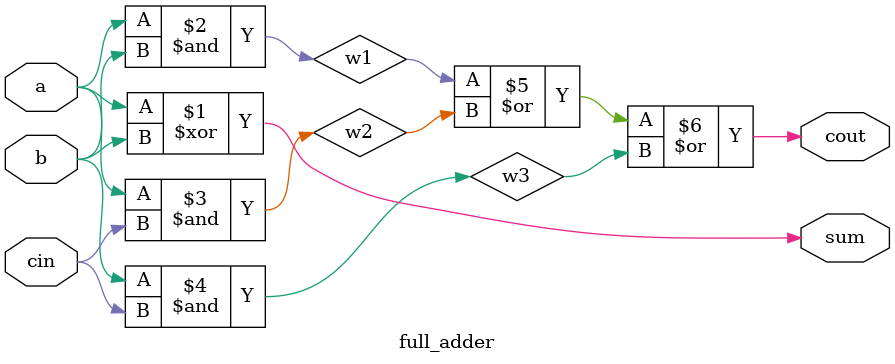
<source format=sv>
module top_module (
    input [3:0] x,
    input [3:0] y,
    output [4:0] sum
);

wire [3:0] carry; // carry signals between full adders

// instantiate the full adders
full_adder fa0(.a(x[0]), .b(y[0]), .cin(1'b0), .sum(sum[0]), .cout(carry[0]));
full_adder fa1(.a(x[1]), .b(y[1]), .cin(carry[0]), .sum(sum[1]), .cout(carry[1]));
full_adder fa2(.a(x[2]), .b(y[2]), .cin(carry[1]), .sum(sum[2]), .cout(carry[2]));
full_adder fa3(.a(x[3]), .b(y[3]), .cin(carry[2]), .sum(sum[3]), .cout(carry[3]));

// connect overflow bit to carry out of the last full adder
assign sum[4] = carry[3];

endmodule
module full_adder (
    input a,
    input b,
    input cin,
    output sum,
    output cout
);
    wire w1, w2, w3;

    // XOR gate to compute the sum
    assign sum = a ^ b;

    // AND gates to compute the carry out and carry in
    assign w1 = a & b;
    assign w2 = a & cin;
    assign w3 = b & cin;
    assign cout = w1 | w2 | w3;

endmodule

</source>
